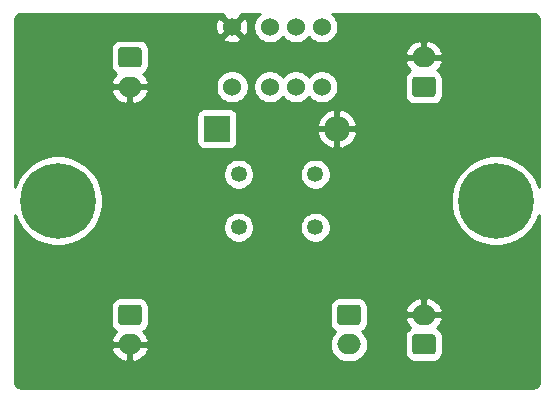
<source format=gbl>
%TF.GenerationSoftware,KiCad,Pcbnew,5.1.6-c6e7f7d~87~ubuntu18.04.1*%
%TF.CreationDate,2020-08-08T17:14:56-07:00*%
%TF.ProjectId,Cough-GoNoGo,436f7567-682d-4476-9f4e-6f476f2e6b69,A.01*%
%TF.SameCoordinates,Original*%
%TF.FileFunction,Copper,L2,Bot*%
%TF.FilePolarity,Positive*%
%FSLAX46Y46*%
G04 Gerber Fmt 4.6, Leading zero omitted, Abs format (unit mm)*
G04 Created by KiCad (PCBNEW 5.1.6-c6e7f7d~87~ubuntu18.04.1) date 2020-08-08 17:14:56*
%MOMM*%
%LPD*%
G01*
G04 APERTURE LIST*
%TA.AperFunction,ComponentPad*%
%ADD10C,6.400000*%
%TD*%
%TA.AperFunction,ComponentPad*%
%ADD11O,2.000000X1.700000*%
%TD*%
%TA.AperFunction,ComponentPad*%
%ADD12R,2.200000X2.200000*%
%TD*%
%TA.AperFunction,ComponentPad*%
%ADD13O,2.200000X2.200000*%
%TD*%
%TA.AperFunction,ComponentPad*%
%ADD14C,1.524000*%
%TD*%
%TA.AperFunction,ComponentPad*%
%ADD15C,1.350000*%
%TD*%
%TA.AperFunction,Conductor*%
%ADD16C,0.254000*%
%TD*%
G04 APERTURE END LIST*
D10*
%TO.P,H2,1*%
%TO.N,N/C*%
X168402000Y-110490000D03*
%TD*%
%TO.P,H1,1*%
%TO.N,N/C*%
X131318000Y-110490000D03*
%TD*%
%TO.P,CN1,1*%
%TO.N,/V_CHG*%
%TA.AperFunction,ComponentPad*%
G36*
G01*
X136664000Y-97488000D02*
X138164000Y-97488000D01*
G75*
G02*
X138414000Y-97738000I0J-250000D01*
G01*
X138414000Y-98938000D01*
G75*
G02*
X138164000Y-99188000I-250000J0D01*
G01*
X136664000Y-99188000D01*
G75*
G02*
X136414000Y-98938000I0J250000D01*
G01*
X136414000Y-97738000D01*
G75*
G02*
X136664000Y-97488000I250000J0D01*
G01*
G37*
%TD.AperFunction*%
D11*
%TO.P,CN1,2*%
%TO.N,GND*%
X137414000Y-100838000D03*
%TD*%
%TO.P,CN2,1*%
%TO.N,/V_BATT*%
%TA.AperFunction,ComponentPad*%
G36*
G01*
X136664000Y-119292000D02*
X138164000Y-119292000D01*
G75*
G02*
X138414000Y-119542000I0J-250000D01*
G01*
X138414000Y-120742000D01*
G75*
G02*
X138164000Y-120992000I-250000J0D01*
G01*
X136664000Y-120992000D01*
G75*
G02*
X136414000Y-120742000I0J250000D01*
G01*
X136414000Y-119542000D01*
G75*
G02*
X136664000Y-119292000I250000J0D01*
G01*
G37*
%TD.AperFunction*%
%TO.P,CN2,2*%
%TO.N,GND*%
X137414000Y-122642000D03*
%TD*%
%TO.P,CN3,1*%
%TO.N,/GRN_+*%
%TA.AperFunction,ComponentPad*%
G36*
G01*
X163056000Y-101688000D02*
X161556000Y-101688000D01*
G75*
G02*
X161306000Y-101438000I0J250000D01*
G01*
X161306000Y-100238000D01*
G75*
G02*
X161556000Y-99988000I250000J0D01*
G01*
X163056000Y-99988000D01*
G75*
G02*
X163306000Y-100238000I0J-250000D01*
G01*
X163306000Y-101438000D01*
G75*
G02*
X163056000Y-101688000I-250000J0D01*
G01*
G37*
%TD.AperFunction*%
%TO.P,CN3,2*%
%TO.N,GND*%
X162306000Y-98338000D03*
%TD*%
%TO.P,CN4,2*%
%TO.N,GND*%
X162306000Y-120142000D03*
%TO.P,CN4,1*%
%TO.N,/RED_+*%
%TA.AperFunction,ComponentPad*%
G36*
G01*
X163056000Y-123492000D02*
X161556000Y-123492000D01*
G75*
G02*
X161306000Y-123242000I0J250000D01*
G01*
X161306000Y-122042000D01*
G75*
G02*
X161556000Y-121792000I250000J0D01*
G01*
X163056000Y-121792000D01*
G75*
G02*
X163306000Y-122042000I0J-250000D01*
G01*
X163306000Y-123242000D01*
G75*
G02*
X163056000Y-123492000I-250000J0D01*
G01*
G37*
%TD.AperFunction*%
%TD*%
%TO.P,CN5,1*%
%TO.N,/V_LOAD*%
%TA.AperFunction,ComponentPad*%
G36*
G01*
X155206000Y-119292000D02*
X156706000Y-119292000D01*
G75*
G02*
X156956000Y-119542000I0J-250000D01*
G01*
X156956000Y-120742000D01*
G75*
G02*
X156706000Y-120992000I-250000J0D01*
G01*
X155206000Y-120992000D01*
G75*
G02*
X154956000Y-120742000I0J250000D01*
G01*
X154956000Y-119542000D01*
G75*
G02*
X155206000Y-119292000I250000J0D01*
G01*
G37*
%TD.AperFunction*%
%TO.P,CN5,2*%
%TO.N,/V_BATT*%
X155956000Y-122642000D03*
%TD*%
D12*
%TO.P,D1,1*%
%TO.N,/COIL_+*%
X144780000Y-104394000D03*
D13*
%TO.P,D1,2*%
%TO.N,GND*%
X154940000Y-104394000D03*
%TD*%
D14*
%TO.P,K1,8*%
%TO.N,GND*%
X146050000Y-95758000D03*
%TO.P,K1,7*%
%TO.N,/NC_1*%
X149260000Y-95758000D03*
%TO.P,K1,6*%
%TO.N,/C_1*%
X151460000Y-95758000D03*
%TO.P,K1,5*%
%TO.N,/NO_1*%
X153660000Y-95758000D03*
%TO.P,K1,4*%
%TO.N,/RED_+*%
X153660000Y-100838000D03*
%TO.P,K1,3*%
%TO.N,/V_LOAD*%
X151460000Y-100838000D03*
%TO.P,K1,2*%
%TO.N,/GRN_+*%
X149260000Y-100838000D03*
%TO.P,K1,1*%
%TO.N,/COIL_+*%
X146060000Y-100838000D03*
%TD*%
D15*
%TO.P,S1,1*%
%TO.N,/V_LOAD*%
X153110000Y-112740000D03*
%TO.P,S1,2*%
X153110000Y-108240000D03*
%TO.P,S1,3*%
%TO.N,/COIL_+*%
X146610000Y-108240000D03*
%TO.P,S1,4*%
X146610000Y-112740000D03*
%TD*%
D16*
%TO.N,GND*%
G36*
X145264040Y-94792435D02*
G01*
X146050000Y-95578395D01*
X146835960Y-94792435D01*
X146793434Y-94640000D01*
X148418673Y-94640000D01*
X148369465Y-94672880D01*
X148174880Y-94867465D01*
X148021995Y-95096273D01*
X147916686Y-95350510D01*
X147863000Y-95620408D01*
X147863000Y-95895592D01*
X147916686Y-96165490D01*
X148021995Y-96419727D01*
X148174880Y-96648535D01*
X148369465Y-96843120D01*
X148598273Y-96996005D01*
X148852510Y-97101314D01*
X149122408Y-97155000D01*
X149397592Y-97155000D01*
X149667490Y-97101314D01*
X149921727Y-96996005D01*
X150150535Y-96843120D01*
X150345120Y-96648535D01*
X150360000Y-96626266D01*
X150374880Y-96648535D01*
X150569465Y-96843120D01*
X150798273Y-96996005D01*
X151052510Y-97101314D01*
X151322408Y-97155000D01*
X151597592Y-97155000D01*
X151867490Y-97101314D01*
X152121727Y-96996005D01*
X152350535Y-96843120D01*
X152545120Y-96648535D01*
X152560000Y-96626266D01*
X152574880Y-96648535D01*
X152769465Y-96843120D01*
X152998273Y-96996005D01*
X153252510Y-97101314D01*
X153522408Y-97155000D01*
X153797592Y-97155000D01*
X154067490Y-97101314D01*
X154321727Y-96996005D01*
X154550535Y-96843120D01*
X154745120Y-96648535D01*
X154898005Y-96419727D01*
X155003314Y-96165490D01*
X155057000Y-95895592D01*
X155057000Y-95620408D01*
X155003314Y-95350510D01*
X154898005Y-95096273D01*
X154745120Y-94867465D01*
X154550535Y-94672880D01*
X154501327Y-94640000D01*
X171417721Y-94640000D01*
X171567869Y-94654722D01*
X171681246Y-94688953D01*
X171785819Y-94744555D01*
X171877596Y-94819407D01*
X171953091Y-94910664D01*
X172009419Y-95014844D01*
X172044440Y-95127976D01*
X172060000Y-95276022D01*
X172060000Y-109299856D01*
X171800533Y-108673446D01*
X171380839Y-108045330D01*
X170846670Y-107511161D01*
X170218554Y-107091467D01*
X169520628Y-106802377D01*
X168779715Y-106655000D01*
X168024285Y-106655000D01*
X167283372Y-106802377D01*
X166585446Y-107091467D01*
X165957330Y-107511161D01*
X165423161Y-108045330D01*
X165003467Y-108673446D01*
X164714377Y-109371372D01*
X164567000Y-110112285D01*
X164567000Y-110867715D01*
X164714377Y-111608628D01*
X165003467Y-112306554D01*
X165423161Y-112934670D01*
X165957330Y-113468839D01*
X166585446Y-113888533D01*
X167283372Y-114177623D01*
X168024285Y-114325000D01*
X168779715Y-114325000D01*
X169520628Y-114177623D01*
X170218554Y-113888533D01*
X170846670Y-113468839D01*
X171380839Y-112934670D01*
X171800533Y-112306554D01*
X172060001Y-111680144D01*
X172060001Y-125697711D01*
X172045278Y-125847869D01*
X172011047Y-125961246D01*
X171955446Y-126065817D01*
X171880594Y-126157595D01*
X171789335Y-126233091D01*
X171685160Y-126289419D01*
X171572024Y-126324440D01*
X171423979Y-126340000D01*
X128302279Y-126340000D01*
X128152131Y-126325278D01*
X128038754Y-126291047D01*
X127934183Y-126235446D01*
X127842405Y-126160594D01*
X127766909Y-126069335D01*
X127710581Y-125965160D01*
X127675560Y-125852024D01*
X127660000Y-125703979D01*
X127660000Y-122998890D01*
X135822524Y-122998890D01*
X135824446Y-123011261D01*
X135924146Y-123285009D01*
X136075336Y-123534046D01*
X136272205Y-123748802D01*
X136507188Y-123921025D01*
X136771255Y-124044096D01*
X137054258Y-124113285D01*
X137287000Y-123969232D01*
X137287000Y-122769000D01*
X137541000Y-122769000D01*
X137541000Y-123969232D01*
X137773742Y-124113285D01*
X138056745Y-124044096D01*
X138320812Y-123921025D01*
X138555795Y-123748802D01*
X138752664Y-123534046D01*
X138903854Y-123285009D01*
X139003554Y-123011261D01*
X139005476Y-122998890D01*
X138884155Y-122769000D01*
X137541000Y-122769000D01*
X137287000Y-122769000D01*
X135943845Y-122769000D01*
X135822524Y-122998890D01*
X127660000Y-122998890D01*
X127660000Y-122642000D01*
X154313815Y-122642000D01*
X154342487Y-122933111D01*
X154427401Y-123213034D01*
X154565294Y-123471014D01*
X154750866Y-123697134D01*
X154976986Y-123882706D01*
X155234966Y-124020599D01*
X155514889Y-124105513D01*
X155733050Y-124127000D01*
X156178950Y-124127000D01*
X156397111Y-124105513D01*
X156677034Y-124020599D01*
X156935014Y-123882706D01*
X157161134Y-123697134D01*
X157346706Y-123471014D01*
X157484599Y-123213034D01*
X157569513Y-122933111D01*
X157598185Y-122642000D01*
X157569513Y-122350889D01*
X157484599Y-122070966D01*
X157469117Y-122042000D01*
X160667928Y-122042000D01*
X160667928Y-123242000D01*
X160684992Y-123415254D01*
X160735528Y-123581850D01*
X160817595Y-123735386D01*
X160928038Y-123869962D01*
X161062614Y-123980405D01*
X161216150Y-124062472D01*
X161382746Y-124113008D01*
X161556000Y-124130072D01*
X163056000Y-124130072D01*
X163229254Y-124113008D01*
X163395850Y-124062472D01*
X163549386Y-123980405D01*
X163683962Y-123869962D01*
X163794405Y-123735386D01*
X163876472Y-123581850D01*
X163927008Y-123415254D01*
X163944072Y-123242000D01*
X163944072Y-122042000D01*
X163927008Y-121868746D01*
X163876472Y-121702150D01*
X163794405Y-121548614D01*
X163683962Y-121414038D01*
X163549386Y-121303595D01*
X163447407Y-121249086D01*
X163447795Y-121248802D01*
X163644664Y-121034046D01*
X163795854Y-120785009D01*
X163895554Y-120511261D01*
X163897476Y-120498890D01*
X163776155Y-120269000D01*
X162433000Y-120269000D01*
X162433000Y-120289000D01*
X162179000Y-120289000D01*
X162179000Y-120269000D01*
X160835845Y-120269000D01*
X160714524Y-120498890D01*
X160716446Y-120511261D01*
X160816146Y-120785009D01*
X160967336Y-121034046D01*
X161164205Y-121248802D01*
X161164593Y-121249086D01*
X161062614Y-121303595D01*
X160928038Y-121414038D01*
X160817595Y-121548614D01*
X160735528Y-121702150D01*
X160684992Y-121868746D01*
X160667928Y-122042000D01*
X157469117Y-122042000D01*
X157346706Y-121812986D01*
X157161134Y-121586866D01*
X157097663Y-121534777D01*
X157199386Y-121480405D01*
X157333962Y-121369962D01*
X157444405Y-121235386D01*
X157526472Y-121081850D01*
X157577008Y-120915254D01*
X157594072Y-120742000D01*
X157594072Y-119785110D01*
X160714524Y-119785110D01*
X160835845Y-120015000D01*
X162179000Y-120015000D01*
X162179000Y-118814768D01*
X162433000Y-118814768D01*
X162433000Y-120015000D01*
X163776155Y-120015000D01*
X163897476Y-119785110D01*
X163895554Y-119772739D01*
X163795854Y-119498991D01*
X163644664Y-119249954D01*
X163447795Y-119035198D01*
X163212812Y-118862975D01*
X162948745Y-118739904D01*
X162665742Y-118670715D01*
X162433000Y-118814768D01*
X162179000Y-118814768D01*
X161946258Y-118670715D01*
X161663255Y-118739904D01*
X161399188Y-118862975D01*
X161164205Y-119035198D01*
X160967336Y-119249954D01*
X160816146Y-119498991D01*
X160716446Y-119772739D01*
X160714524Y-119785110D01*
X157594072Y-119785110D01*
X157594072Y-119542000D01*
X157577008Y-119368746D01*
X157526472Y-119202150D01*
X157444405Y-119048614D01*
X157333962Y-118914038D01*
X157199386Y-118803595D01*
X157045850Y-118721528D01*
X156879254Y-118670992D01*
X156706000Y-118653928D01*
X155206000Y-118653928D01*
X155032746Y-118670992D01*
X154866150Y-118721528D01*
X154712614Y-118803595D01*
X154578038Y-118914038D01*
X154467595Y-119048614D01*
X154385528Y-119202150D01*
X154334992Y-119368746D01*
X154317928Y-119542000D01*
X154317928Y-120742000D01*
X154334992Y-120915254D01*
X154385528Y-121081850D01*
X154467595Y-121235386D01*
X154578038Y-121369962D01*
X154712614Y-121480405D01*
X154814337Y-121534777D01*
X154750866Y-121586866D01*
X154565294Y-121812986D01*
X154427401Y-122070966D01*
X154342487Y-122350889D01*
X154313815Y-122642000D01*
X127660000Y-122642000D01*
X127660000Y-119542000D01*
X135775928Y-119542000D01*
X135775928Y-120742000D01*
X135792992Y-120915254D01*
X135843528Y-121081850D01*
X135925595Y-121235386D01*
X136036038Y-121369962D01*
X136170614Y-121480405D01*
X136272593Y-121534914D01*
X136272205Y-121535198D01*
X136075336Y-121749954D01*
X135924146Y-121998991D01*
X135824446Y-122272739D01*
X135822524Y-122285110D01*
X135943845Y-122515000D01*
X137287000Y-122515000D01*
X137287000Y-122495000D01*
X137541000Y-122495000D01*
X137541000Y-122515000D01*
X138884155Y-122515000D01*
X139005476Y-122285110D01*
X139003554Y-122272739D01*
X138903854Y-121998991D01*
X138752664Y-121749954D01*
X138555795Y-121535198D01*
X138555407Y-121534914D01*
X138657386Y-121480405D01*
X138791962Y-121369962D01*
X138902405Y-121235386D01*
X138984472Y-121081850D01*
X139035008Y-120915254D01*
X139052072Y-120742000D01*
X139052072Y-119542000D01*
X139035008Y-119368746D01*
X138984472Y-119202150D01*
X138902405Y-119048614D01*
X138791962Y-118914038D01*
X138657386Y-118803595D01*
X138503850Y-118721528D01*
X138337254Y-118670992D01*
X138164000Y-118653928D01*
X136664000Y-118653928D01*
X136490746Y-118670992D01*
X136324150Y-118721528D01*
X136170614Y-118803595D01*
X136036038Y-118914038D01*
X135925595Y-119048614D01*
X135843528Y-119202150D01*
X135792992Y-119368746D01*
X135775928Y-119542000D01*
X127660000Y-119542000D01*
X127660000Y-111680144D01*
X127919467Y-112306554D01*
X128339161Y-112934670D01*
X128873330Y-113468839D01*
X129501446Y-113888533D01*
X130199372Y-114177623D01*
X130940285Y-114325000D01*
X131695715Y-114325000D01*
X132436628Y-114177623D01*
X133134554Y-113888533D01*
X133762670Y-113468839D01*
X134296839Y-112934670D01*
X134513124Y-112610976D01*
X145300000Y-112610976D01*
X145300000Y-112869024D01*
X145350342Y-113122113D01*
X145449093Y-113360518D01*
X145592456Y-113575077D01*
X145774923Y-113757544D01*
X145989482Y-113900907D01*
X146227887Y-113999658D01*
X146480976Y-114050000D01*
X146739024Y-114050000D01*
X146992113Y-113999658D01*
X147230518Y-113900907D01*
X147445077Y-113757544D01*
X147627544Y-113575077D01*
X147770907Y-113360518D01*
X147869658Y-113122113D01*
X147920000Y-112869024D01*
X147920000Y-112610976D01*
X151800000Y-112610976D01*
X151800000Y-112869024D01*
X151850342Y-113122113D01*
X151949093Y-113360518D01*
X152092456Y-113575077D01*
X152274923Y-113757544D01*
X152489482Y-113900907D01*
X152727887Y-113999658D01*
X152980976Y-114050000D01*
X153239024Y-114050000D01*
X153492113Y-113999658D01*
X153730518Y-113900907D01*
X153945077Y-113757544D01*
X154127544Y-113575077D01*
X154270907Y-113360518D01*
X154369658Y-113122113D01*
X154420000Y-112869024D01*
X154420000Y-112610976D01*
X154369658Y-112357887D01*
X154270907Y-112119482D01*
X154127544Y-111904923D01*
X153945077Y-111722456D01*
X153730518Y-111579093D01*
X153492113Y-111480342D01*
X153239024Y-111430000D01*
X152980976Y-111430000D01*
X152727887Y-111480342D01*
X152489482Y-111579093D01*
X152274923Y-111722456D01*
X152092456Y-111904923D01*
X151949093Y-112119482D01*
X151850342Y-112357887D01*
X151800000Y-112610976D01*
X147920000Y-112610976D01*
X147869658Y-112357887D01*
X147770907Y-112119482D01*
X147627544Y-111904923D01*
X147445077Y-111722456D01*
X147230518Y-111579093D01*
X146992113Y-111480342D01*
X146739024Y-111430000D01*
X146480976Y-111430000D01*
X146227887Y-111480342D01*
X145989482Y-111579093D01*
X145774923Y-111722456D01*
X145592456Y-111904923D01*
X145449093Y-112119482D01*
X145350342Y-112357887D01*
X145300000Y-112610976D01*
X134513124Y-112610976D01*
X134716533Y-112306554D01*
X135005623Y-111608628D01*
X135153000Y-110867715D01*
X135153000Y-110112285D01*
X135005623Y-109371372D01*
X134716533Y-108673446D01*
X134340703Y-108110976D01*
X145300000Y-108110976D01*
X145300000Y-108369024D01*
X145350342Y-108622113D01*
X145449093Y-108860518D01*
X145592456Y-109075077D01*
X145774923Y-109257544D01*
X145989482Y-109400907D01*
X146227887Y-109499658D01*
X146480976Y-109550000D01*
X146739024Y-109550000D01*
X146992113Y-109499658D01*
X147230518Y-109400907D01*
X147445077Y-109257544D01*
X147627544Y-109075077D01*
X147770907Y-108860518D01*
X147869658Y-108622113D01*
X147920000Y-108369024D01*
X147920000Y-108110976D01*
X151800000Y-108110976D01*
X151800000Y-108369024D01*
X151850342Y-108622113D01*
X151949093Y-108860518D01*
X152092456Y-109075077D01*
X152274923Y-109257544D01*
X152489482Y-109400907D01*
X152727887Y-109499658D01*
X152980976Y-109550000D01*
X153239024Y-109550000D01*
X153492113Y-109499658D01*
X153730518Y-109400907D01*
X153945077Y-109257544D01*
X154127544Y-109075077D01*
X154270907Y-108860518D01*
X154369658Y-108622113D01*
X154420000Y-108369024D01*
X154420000Y-108110976D01*
X154369658Y-107857887D01*
X154270907Y-107619482D01*
X154127544Y-107404923D01*
X153945077Y-107222456D01*
X153730518Y-107079093D01*
X153492113Y-106980342D01*
X153239024Y-106930000D01*
X152980976Y-106930000D01*
X152727887Y-106980342D01*
X152489482Y-107079093D01*
X152274923Y-107222456D01*
X152092456Y-107404923D01*
X151949093Y-107619482D01*
X151850342Y-107857887D01*
X151800000Y-108110976D01*
X147920000Y-108110976D01*
X147869658Y-107857887D01*
X147770907Y-107619482D01*
X147627544Y-107404923D01*
X147445077Y-107222456D01*
X147230518Y-107079093D01*
X146992113Y-106980342D01*
X146739024Y-106930000D01*
X146480976Y-106930000D01*
X146227887Y-106980342D01*
X145989482Y-107079093D01*
X145774923Y-107222456D01*
X145592456Y-107404923D01*
X145449093Y-107619482D01*
X145350342Y-107857887D01*
X145300000Y-108110976D01*
X134340703Y-108110976D01*
X134296839Y-108045330D01*
X133762670Y-107511161D01*
X133134554Y-107091467D01*
X132436628Y-106802377D01*
X131695715Y-106655000D01*
X130940285Y-106655000D01*
X130199372Y-106802377D01*
X129501446Y-107091467D01*
X128873330Y-107511161D01*
X128339161Y-108045330D01*
X127919467Y-108673446D01*
X127660000Y-109299856D01*
X127660000Y-103294000D01*
X143041928Y-103294000D01*
X143041928Y-105494000D01*
X143054188Y-105618482D01*
X143090498Y-105738180D01*
X143149463Y-105848494D01*
X143228815Y-105945185D01*
X143325506Y-106024537D01*
X143435820Y-106083502D01*
X143555518Y-106119812D01*
X143680000Y-106132072D01*
X145880000Y-106132072D01*
X146004482Y-106119812D01*
X146124180Y-106083502D01*
X146234494Y-106024537D01*
X146331185Y-105945185D01*
X146410537Y-105848494D01*
X146469502Y-105738180D01*
X146505812Y-105618482D01*
X146518072Y-105494000D01*
X146518072Y-104790122D01*
X153250825Y-104790122D01*
X153315425Y-105003094D01*
X153465469Y-105308329D01*
X153672178Y-105578427D01*
X153927609Y-105803008D01*
X154221946Y-105973442D01*
X154543877Y-106083179D01*
X154813000Y-105965600D01*
X154813000Y-104521000D01*
X155067000Y-104521000D01*
X155067000Y-105965600D01*
X155336123Y-106083179D01*
X155658054Y-105973442D01*
X155952391Y-105803008D01*
X156207822Y-105578427D01*
X156414531Y-105308329D01*
X156564575Y-105003094D01*
X156629175Y-104790122D01*
X156511125Y-104521000D01*
X155067000Y-104521000D01*
X154813000Y-104521000D01*
X153368875Y-104521000D01*
X153250825Y-104790122D01*
X146518072Y-104790122D01*
X146518072Y-103997878D01*
X153250825Y-103997878D01*
X153368875Y-104267000D01*
X154813000Y-104267000D01*
X154813000Y-102822400D01*
X155067000Y-102822400D01*
X155067000Y-104267000D01*
X156511125Y-104267000D01*
X156629175Y-103997878D01*
X156564575Y-103784906D01*
X156414531Y-103479671D01*
X156207822Y-103209573D01*
X155952391Y-102984992D01*
X155658054Y-102814558D01*
X155336123Y-102704821D01*
X155067000Y-102822400D01*
X154813000Y-102822400D01*
X154543877Y-102704821D01*
X154221946Y-102814558D01*
X153927609Y-102984992D01*
X153672178Y-103209573D01*
X153465469Y-103479671D01*
X153315425Y-103784906D01*
X153250825Y-103997878D01*
X146518072Y-103997878D01*
X146518072Y-103294000D01*
X146505812Y-103169518D01*
X146469502Y-103049820D01*
X146410537Y-102939506D01*
X146331185Y-102842815D01*
X146234494Y-102763463D01*
X146124180Y-102704498D01*
X146004482Y-102668188D01*
X145880000Y-102655928D01*
X143680000Y-102655928D01*
X143555518Y-102668188D01*
X143435820Y-102704498D01*
X143325506Y-102763463D01*
X143228815Y-102842815D01*
X143149463Y-102939506D01*
X143090498Y-103049820D01*
X143054188Y-103169518D01*
X143041928Y-103294000D01*
X127660000Y-103294000D01*
X127660000Y-101194890D01*
X135822524Y-101194890D01*
X135824446Y-101207261D01*
X135924146Y-101481009D01*
X136075336Y-101730046D01*
X136272205Y-101944802D01*
X136507188Y-102117025D01*
X136771255Y-102240096D01*
X137054258Y-102309285D01*
X137287000Y-102165232D01*
X137287000Y-100965000D01*
X137541000Y-100965000D01*
X137541000Y-102165232D01*
X137773742Y-102309285D01*
X138056745Y-102240096D01*
X138320812Y-102117025D01*
X138555795Y-101944802D01*
X138752664Y-101730046D01*
X138903854Y-101481009D01*
X139003554Y-101207261D01*
X139005476Y-101194890D01*
X138884155Y-100965000D01*
X137541000Y-100965000D01*
X137287000Y-100965000D01*
X135943845Y-100965000D01*
X135822524Y-101194890D01*
X127660000Y-101194890D01*
X127660000Y-97738000D01*
X135775928Y-97738000D01*
X135775928Y-98938000D01*
X135792992Y-99111254D01*
X135843528Y-99277850D01*
X135925595Y-99431386D01*
X136036038Y-99565962D01*
X136170614Y-99676405D01*
X136272593Y-99730914D01*
X136272205Y-99731198D01*
X136075336Y-99945954D01*
X135924146Y-100194991D01*
X135824446Y-100468739D01*
X135822524Y-100481110D01*
X135943845Y-100711000D01*
X137287000Y-100711000D01*
X137287000Y-100691000D01*
X137541000Y-100691000D01*
X137541000Y-100711000D01*
X138884155Y-100711000D01*
X138889744Y-100700408D01*
X144663000Y-100700408D01*
X144663000Y-100975592D01*
X144716686Y-101245490D01*
X144821995Y-101499727D01*
X144974880Y-101728535D01*
X145169465Y-101923120D01*
X145398273Y-102076005D01*
X145652510Y-102181314D01*
X145922408Y-102235000D01*
X146197592Y-102235000D01*
X146467490Y-102181314D01*
X146721727Y-102076005D01*
X146950535Y-101923120D01*
X147145120Y-101728535D01*
X147298005Y-101499727D01*
X147403314Y-101245490D01*
X147457000Y-100975592D01*
X147457000Y-100700408D01*
X147863000Y-100700408D01*
X147863000Y-100975592D01*
X147916686Y-101245490D01*
X148021995Y-101499727D01*
X148174880Y-101728535D01*
X148369465Y-101923120D01*
X148598273Y-102076005D01*
X148852510Y-102181314D01*
X149122408Y-102235000D01*
X149397592Y-102235000D01*
X149667490Y-102181314D01*
X149921727Y-102076005D01*
X150150535Y-101923120D01*
X150345120Y-101728535D01*
X150360000Y-101706266D01*
X150374880Y-101728535D01*
X150569465Y-101923120D01*
X150798273Y-102076005D01*
X151052510Y-102181314D01*
X151322408Y-102235000D01*
X151597592Y-102235000D01*
X151867490Y-102181314D01*
X152121727Y-102076005D01*
X152350535Y-101923120D01*
X152545120Y-101728535D01*
X152560000Y-101706266D01*
X152574880Y-101728535D01*
X152769465Y-101923120D01*
X152998273Y-102076005D01*
X153252510Y-102181314D01*
X153522408Y-102235000D01*
X153797592Y-102235000D01*
X154067490Y-102181314D01*
X154321727Y-102076005D01*
X154550535Y-101923120D01*
X154745120Y-101728535D01*
X154898005Y-101499727D01*
X155003314Y-101245490D01*
X155057000Y-100975592D01*
X155057000Y-100700408D01*
X155003314Y-100430510D01*
X154923574Y-100238000D01*
X160667928Y-100238000D01*
X160667928Y-101438000D01*
X160684992Y-101611254D01*
X160735528Y-101777850D01*
X160817595Y-101931386D01*
X160928038Y-102065962D01*
X161062614Y-102176405D01*
X161216150Y-102258472D01*
X161382746Y-102309008D01*
X161556000Y-102326072D01*
X163056000Y-102326072D01*
X163229254Y-102309008D01*
X163395850Y-102258472D01*
X163549386Y-102176405D01*
X163683962Y-102065962D01*
X163794405Y-101931386D01*
X163876472Y-101777850D01*
X163927008Y-101611254D01*
X163944072Y-101438000D01*
X163944072Y-100238000D01*
X163927008Y-100064746D01*
X163876472Y-99898150D01*
X163794405Y-99744614D01*
X163683962Y-99610038D01*
X163549386Y-99499595D01*
X163447407Y-99445086D01*
X163447795Y-99444802D01*
X163644664Y-99230046D01*
X163795854Y-98981009D01*
X163895554Y-98707261D01*
X163897476Y-98694890D01*
X163776155Y-98465000D01*
X162433000Y-98465000D01*
X162433000Y-98485000D01*
X162179000Y-98485000D01*
X162179000Y-98465000D01*
X160835845Y-98465000D01*
X160714524Y-98694890D01*
X160716446Y-98707261D01*
X160816146Y-98981009D01*
X160967336Y-99230046D01*
X161164205Y-99444802D01*
X161164593Y-99445086D01*
X161062614Y-99499595D01*
X160928038Y-99610038D01*
X160817595Y-99744614D01*
X160735528Y-99898150D01*
X160684992Y-100064746D01*
X160667928Y-100238000D01*
X154923574Y-100238000D01*
X154898005Y-100176273D01*
X154745120Y-99947465D01*
X154550535Y-99752880D01*
X154321727Y-99599995D01*
X154067490Y-99494686D01*
X153797592Y-99441000D01*
X153522408Y-99441000D01*
X153252510Y-99494686D01*
X152998273Y-99599995D01*
X152769465Y-99752880D01*
X152574880Y-99947465D01*
X152560000Y-99969734D01*
X152545120Y-99947465D01*
X152350535Y-99752880D01*
X152121727Y-99599995D01*
X151867490Y-99494686D01*
X151597592Y-99441000D01*
X151322408Y-99441000D01*
X151052510Y-99494686D01*
X150798273Y-99599995D01*
X150569465Y-99752880D01*
X150374880Y-99947465D01*
X150360000Y-99969734D01*
X150345120Y-99947465D01*
X150150535Y-99752880D01*
X149921727Y-99599995D01*
X149667490Y-99494686D01*
X149397592Y-99441000D01*
X149122408Y-99441000D01*
X148852510Y-99494686D01*
X148598273Y-99599995D01*
X148369465Y-99752880D01*
X148174880Y-99947465D01*
X148021995Y-100176273D01*
X147916686Y-100430510D01*
X147863000Y-100700408D01*
X147457000Y-100700408D01*
X147403314Y-100430510D01*
X147298005Y-100176273D01*
X147145120Y-99947465D01*
X146950535Y-99752880D01*
X146721727Y-99599995D01*
X146467490Y-99494686D01*
X146197592Y-99441000D01*
X145922408Y-99441000D01*
X145652510Y-99494686D01*
X145398273Y-99599995D01*
X145169465Y-99752880D01*
X144974880Y-99947465D01*
X144821995Y-100176273D01*
X144716686Y-100430510D01*
X144663000Y-100700408D01*
X138889744Y-100700408D01*
X139005476Y-100481110D01*
X139003554Y-100468739D01*
X138903854Y-100194991D01*
X138752664Y-99945954D01*
X138555795Y-99731198D01*
X138555407Y-99730914D01*
X138657386Y-99676405D01*
X138791962Y-99565962D01*
X138902405Y-99431386D01*
X138984472Y-99277850D01*
X139035008Y-99111254D01*
X139052072Y-98938000D01*
X139052072Y-97981110D01*
X160714524Y-97981110D01*
X160835845Y-98211000D01*
X162179000Y-98211000D01*
X162179000Y-97010768D01*
X162433000Y-97010768D01*
X162433000Y-98211000D01*
X163776155Y-98211000D01*
X163897476Y-97981110D01*
X163895554Y-97968739D01*
X163795854Y-97694991D01*
X163644664Y-97445954D01*
X163447795Y-97231198D01*
X163212812Y-97058975D01*
X162948745Y-96935904D01*
X162665742Y-96866715D01*
X162433000Y-97010768D01*
X162179000Y-97010768D01*
X161946258Y-96866715D01*
X161663255Y-96935904D01*
X161399188Y-97058975D01*
X161164205Y-97231198D01*
X160967336Y-97445954D01*
X160816146Y-97694991D01*
X160716446Y-97968739D01*
X160714524Y-97981110D01*
X139052072Y-97981110D01*
X139052072Y-97738000D01*
X139035008Y-97564746D01*
X138984472Y-97398150D01*
X138902405Y-97244614D01*
X138791962Y-97110038D01*
X138657386Y-96999595D01*
X138503850Y-96917528D01*
X138337254Y-96866992D01*
X138164000Y-96849928D01*
X136664000Y-96849928D01*
X136490746Y-96866992D01*
X136324150Y-96917528D01*
X136170614Y-96999595D01*
X136036038Y-97110038D01*
X135925595Y-97244614D01*
X135843528Y-97398150D01*
X135792992Y-97564746D01*
X135775928Y-97738000D01*
X127660000Y-97738000D01*
X127660000Y-96723565D01*
X145264040Y-96723565D01*
X145331020Y-96963656D01*
X145580048Y-97080756D01*
X145847135Y-97147023D01*
X146122017Y-97159910D01*
X146394133Y-97118922D01*
X146653023Y-97025636D01*
X146768980Y-96963656D01*
X146835960Y-96723565D01*
X146050000Y-95937605D01*
X145264040Y-96723565D01*
X127660000Y-96723565D01*
X127660000Y-95830017D01*
X144648090Y-95830017D01*
X144689078Y-96102133D01*
X144782364Y-96361023D01*
X144844344Y-96476980D01*
X145084435Y-96543960D01*
X145870395Y-95758000D01*
X146229605Y-95758000D01*
X147015565Y-96543960D01*
X147255656Y-96476980D01*
X147372756Y-96227952D01*
X147439023Y-95960865D01*
X147451910Y-95685983D01*
X147410922Y-95413867D01*
X147317636Y-95154977D01*
X147255656Y-95039020D01*
X147015565Y-94972040D01*
X146229605Y-95758000D01*
X145870395Y-95758000D01*
X145084435Y-94972040D01*
X144844344Y-95039020D01*
X144727244Y-95288048D01*
X144660977Y-95555135D01*
X144648090Y-95830017D01*
X127660000Y-95830017D01*
X127660000Y-95282279D01*
X127674722Y-95132131D01*
X127708953Y-95018754D01*
X127764555Y-94914181D01*
X127839407Y-94822404D01*
X127930664Y-94746909D01*
X128034844Y-94690581D01*
X128147976Y-94655560D01*
X128296022Y-94640000D01*
X145306566Y-94640000D01*
X145264040Y-94792435D01*
G37*
X145264040Y-94792435D02*
X146050000Y-95578395D01*
X146835960Y-94792435D01*
X146793434Y-94640000D01*
X148418673Y-94640000D01*
X148369465Y-94672880D01*
X148174880Y-94867465D01*
X148021995Y-95096273D01*
X147916686Y-95350510D01*
X147863000Y-95620408D01*
X147863000Y-95895592D01*
X147916686Y-96165490D01*
X148021995Y-96419727D01*
X148174880Y-96648535D01*
X148369465Y-96843120D01*
X148598273Y-96996005D01*
X148852510Y-97101314D01*
X149122408Y-97155000D01*
X149397592Y-97155000D01*
X149667490Y-97101314D01*
X149921727Y-96996005D01*
X150150535Y-96843120D01*
X150345120Y-96648535D01*
X150360000Y-96626266D01*
X150374880Y-96648535D01*
X150569465Y-96843120D01*
X150798273Y-96996005D01*
X151052510Y-97101314D01*
X151322408Y-97155000D01*
X151597592Y-97155000D01*
X151867490Y-97101314D01*
X152121727Y-96996005D01*
X152350535Y-96843120D01*
X152545120Y-96648535D01*
X152560000Y-96626266D01*
X152574880Y-96648535D01*
X152769465Y-96843120D01*
X152998273Y-96996005D01*
X153252510Y-97101314D01*
X153522408Y-97155000D01*
X153797592Y-97155000D01*
X154067490Y-97101314D01*
X154321727Y-96996005D01*
X154550535Y-96843120D01*
X154745120Y-96648535D01*
X154898005Y-96419727D01*
X155003314Y-96165490D01*
X155057000Y-95895592D01*
X155057000Y-95620408D01*
X155003314Y-95350510D01*
X154898005Y-95096273D01*
X154745120Y-94867465D01*
X154550535Y-94672880D01*
X154501327Y-94640000D01*
X171417721Y-94640000D01*
X171567869Y-94654722D01*
X171681246Y-94688953D01*
X171785819Y-94744555D01*
X171877596Y-94819407D01*
X171953091Y-94910664D01*
X172009419Y-95014844D01*
X172044440Y-95127976D01*
X172060000Y-95276022D01*
X172060000Y-109299856D01*
X171800533Y-108673446D01*
X171380839Y-108045330D01*
X170846670Y-107511161D01*
X170218554Y-107091467D01*
X169520628Y-106802377D01*
X168779715Y-106655000D01*
X168024285Y-106655000D01*
X167283372Y-106802377D01*
X166585446Y-107091467D01*
X165957330Y-107511161D01*
X165423161Y-108045330D01*
X165003467Y-108673446D01*
X164714377Y-109371372D01*
X164567000Y-110112285D01*
X164567000Y-110867715D01*
X164714377Y-111608628D01*
X165003467Y-112306554D01*
X165423161Y-112934670D01*
X165957330Y-113468839D01*
X166585446Y-113888533D01*
X167283372Y-114177623D01*
X168024285Y-114325000D01*
X168779715Y-114325000D01*
X169520628Y-114177623D01*
X170218554Y-113888533D01*
X170846670Y-113468839D01*
X171380839Y-112934670D01*
X171800533Y-112306554D01*
X172060001Y-111680144D01*
X172060001Y-125697711D01*
X172045278Y-125847869D01*
X172011047Y-125961246D01*
X171955446Y-126065817D01*
X171880594Y-126157595D01*
X171789335Y-126233091D01*
X171685160Y-126289419D01*
X171572024Y-126324440D01*
X171423979Y-126340000D01*
X128302279Y-126340000D01*
X128152131Y-126325278D01*
X128038754Y-126291047D01*
X127934183Y-126235446D01*
X127842405Y-126160594D01*
X127766909Y-126069335D01*
X127710581Y-125965160D01*
X127675560Y-125852024D01*
X127660000Y-125703979D01*
X127660000Y-122998890D01*
X135822524Y-122998890D01*
X135824446Y-123011261D01*
X135924146Y-123285009D01*
X136075336Y-123534046D01*
X136272205Y-123748802D01*
X136507188Y-123921025D01*
X136771255Y-124044096D01*
X137054258Y-124113285D01*
X137287000Y-123969232D01*
X137287000Y-122769000D01*
X137541000Y-122769000D01*
X137541000Y-123969232D01*
X137773742Y-124113285D01*
X138056745Y-124044096D01*
X138320812Y-123921025D01*
X138555795Y-123748802D01*
X138752664Y-123534046D01*
X138903854Y-123285009D01*
X139003554Y-123011261D01*
X139005476Y-122998890D01*
X138884155Y-122769000D01*
X137541000Y-122769000D01*
X137287000Y-122769000D01*
X135943845Y-122769000D01*
X135822524Y-122998890D01*
X127660000Y-122998890D01*
X127660000Y-122642000D01*
X154313815Y-122642000D01*
X154342487Y-122933111D01*
X154427401Y-123213034D01*
X154565294Y-123471014D01*
X154750866Y-123697134D01*
X154976986Y-123882706D01*
X155234966Y-124020599D01*
X155514889Y-124105513D01*
X155733050Y-124127000D01*
X156178950Y-124127000D01*
X156397111Y-124105513D01*
X156677034Y-124020599D01*
X156935014Y-123882706D01*
X157161134Y-123697134D01*
X157346706Y-123471014D01*
X157484599Y-123213034D01*
X157569513Y-122933111D01*
X157598185Y-122642000D01*
X157569513Y-122350889D01*
X157484599Y-122070966D01*
X157469117Y-122042000D01*
X160667928Y-122042000D01*
X160667928Y-123242000D01*
X160684992Y-123415254D01*
X160735528Y-123581850D01*
X160817595Y-123735386D01*
X160928038Y-123869962D01*
X161062614Y-123980405D01*
X161216150Y-124062472D01*
X161382746Y-124113008D01*
X161556000Y-124130072D01*
X163056000Y-124130072D01*
X163229254Y-124113008D01*
X163395850Y-124062472D01*
X163549386Y-123980405D01*
X163683962Y-123869962D01*
X163794405Y-123735386D01*
X163876472Y-123581850D01*
X163927008Y-123415254D01*
X163944072Y-123242000D01*
X163944072Y-122042000D01*
X163927008Y-121868746D01*
X163876472Y-121702150D01*
X163794405Y-121548614D01*
X163683962Y-121414038D01*
X163549386Y-121303595D01*
X163447407Y-121249086D01*
X163447795Y-121248802D01*
X163644664Y-121034046D01*
X163795854Y-120785009D01*
X163895554Y-120511261D01*
X163897476Y-120498890D01*
X163776155Y-120269000D01*
X162433000Y-120269000D01*
X162433000Y-120289000D01*
X162179000Y-120289000D01*
X162179000Y-120269000D01*
X160835845Y-120269000D01*
X160714524Y-120498890D01*
X160716446Y-120511261D01*
X160816146Y-120785009D01*
X160967336Y-121034046D01*
X161164205Y-121248802D01*
X161164593Y-121249086D01*
X161062614Y-121303595D01*
X160928038Y-121414038D01*
X160817595Y-121548614D01*
X160735528Y-121702150D01*
X160684992Y-121868746D01*
X160667928Y-122042000D01*
X157469117Y-122042000D01*
X157346706Y-121812986D01*
X157161134Y-121586866D01*
X157097663Y-121534777D01*
X157199386Y-121480405D01*
X157333962Y-121369962D01*
X157444405Y-121235386D01*
X157526472Y-121081850D01*
X157577008Y-120915254D01*
X157594072Y-120742000D01*
X157594072Y-119785110D01*
X160714524Y-119785110D01*
X160835845Y-120015000D01*
X162179000Y-120015000D01*
X162179000Y-118814768D01*
X162433000Y-118814768D01*
X162433000Y-120015000D01*
X163776155Y-120015000D01*
X163897476Y-119785110D01*
X163895554Y-119772739D01*
X163795854Y-119498991D01*
X163644664Y-119249954D01*
X163447795Y-119035198D01*
X163212812Y-118862975D01*
X162948745Y-118739904D01*
X162665742Y-118670715D01*
X162433000Y-118814768D01*
X162179000Y-118814768D01*
X161946258Y-118670715D01*
X161663255Y-118739904D01*
X161399188Y-118862975D01*
X161164205Y-119035198D01*
X160967336Y-119249954D01*
X160816146Y-119498991D01*
X160716446Y-119772739D01*
X160714524Y-119785110D01*
X157594072Y-119785110D01*
X157594072Y-119542000D01*
X157577008Y-119368746D01*
X157526472Y-119202150D01*
X157444405Y-119048614D01*
X157333962Y-118914038D01*
X157199386Y-118803595D01*
X157045850Y-118721528D01*
X156879254Y-118670992D01*
X156706000Y-118653928D01*
X155206000Y-118653928D01*
X155032746Y-118670992D01*
X154866150Y-118721528D01*
X154712614Y-118803595D01*
X154578038Y-118914038D01*
X154467595Y-119048614D01*
X154385528Y-119202150D01*
X154334992Y-119368746D01*
X154317928Y-119542000D01*
X154317928Y-120742000D01*
X154334992Y-120915254D01*
X154385528Y-121081850D01*
X154467595Y-121235386D01*
X154578038Y-121369962D01*
X154712614Y-121480405D01*
X154814337Y-121534777D01*
X154750866Y-121586866D01*
X154565294Y-121812986D01*
X154427401Y-122070966D01*
X154342487Y-122350889D01*
X154313815Y-122642000D01*
X127660000Y-122642000D01*
X127660000Y-119542000D01*
X135775928Y-119542000D01*
X135775928Y-120742000D01*
X135792992Y-120915254D01*
X135843528Y-121081850D01*
X135925595Y-121235386D01*
X136036038Y-121369962D01*
X136170614Y-121480405D01*
X136272593Y-121534914D01*
X136272205Y-121535198D01*
X136075336Y-121749954D01*
X135924146Y-121998991D01*
X135824446Y-122272739D01*
X135822524Y-122285110D01*
X135943845Y-122515000D01*
X137287000Y-122515000D01*
X137287000Y-122495000D01*
X137541000Y-122495000D01*
X137541000Y-122515000D01*
X138884155Y-122515000D01*
X139005476Y-122285110D01*
X139003554Y-122272739D01*
X138903854Y-121998991D01*
X138752664Y-121749954D01*
X138555795Y-121535198D01*
X138555407Y-121534914D01*
X138657386Y-121480405D01*
X138791962Y-121369962D01*
X138902405Y-121235386D01*
X138984472Y-121081850D01*
X139035008Y-120915254D01*
X139052072Y-120742000D01*
X139052072Y-119542000D01*
X139035008Y-119368746D01*
X138984472Y-119202150D01*
X138902405Y-119048614D01*
X138791962Y-118914038D01*
X138657386Y-118803595D01*
X138503850Y-118721528D01*
X138337254Y-118670992D01*
X138164000Y-118653928D01*
X136664000Y-118653928D01*
X136490746Y-118670992D01*
X136324150Y-118721528D01*
X136170614Y-118803595D01*
X136036038Y-118914038D01*
X135925595Y-119048614D01*
X135843528Y-119202150D01*
X135792992Y-119368746D01*
X135775928Y-119542000D01*
X127660000Y-119542000D01*
X127660000Y-111680144D01*
X127919467Y-112306554D01*
X128339161Y-112934670D01*
X128873330Y-113468839D01*
X129501446Y-113888533D01*
X130199372Y-114177623D01*
X130940285Y-114325000D01*
X131695715Y-114325000D01*
X132436628Y-114177623D01*
X133134554Y-113888533D01*
X133762670Y-113468839D01*
X134296839Y-112934670D01*
X134513124Y-112610976D01*
X145300000Y-112610976D01*
X145300000Y-112869024D01*
X145350342Y-113122113D01*
X145449093Y-113360518D01*
X145592456Y-113575077D01*
X145774923Y-113757544D01*
X145989482Y-113900907D01*
X146227887Y-113999658D01*
X146480976Y-114050000D01*
X146739024Y-114050000D01*
X146992113Y-113999658D01*
X147230518Y-113900907D01*
X147445077Y-113757544D01*
X147627544Y-113575077D01*
X147770907Y-113360518D01*
X147869658Y-113122113D01*
X147920000Y-112869024D01*
X147920000Y-112610976D01*
X151800000Y-112610976D01*
X151800000Y-112869024D01*
X151850342Y-113122113D01*
X151949093Y-113360518D01*
X152092456Y-113575077D01*
X152274923Y-113757544D01*
X152489482Y-113900907D01*
X152727887Y-113999658D01*
X152980976Y-114050000D01*
X153239024Y-114050000D01*
X153492113Y-113999658D01*
X153730518Y-113900907D01*
X153945077Y-113757544D01*
X154127544Y-113575077D01*
X154270907Y-113360518D01*
X154369658Y-113122113D01*
X154420000Y-112869024D01*
X154420000Y-112610976D01*
X154369658Y-112357887D01*
X154270907Y-112119482D01*
X154127544Y-111904923D01*
X153945077Y-111722456D01*
X153730518Y-111579093D01*
X153492113Y-111480342D01*
X153239024Y-111430000D01*
X152980976Y-111430000D01*
X152727887Y-111480342D01*
X152489482Y-111579093D01*
X152274923Y-111722456D01*
X152092456Y-111904923D01*
X151949093Y-112119482D01*
X151850342Y-112357887D01*
X151800000Y-112610976D01*
X147920000Y-112610976D01*
X147869658Y-112357887D01*
X147770907Y-112119482D01*
X147627544Y-111904923D01*
X147445077Y-111722456D01*
X147230518Y-111579093D01*
X146992113Y-111480342D01*
X146739024Y-111430000D01*
X146480976Y-111430000D01*
X146227887Y-111480342D01*
X145989482Y-111579093D01*
X145774923Y-111722456D01*
X145592456Y-111904923D01*
X145449093Y-112119482D01*
X145350342Y-112357887D01*
X145300000Y-112610976D01*
X134513124Y-112610976D01*
X134716533Y-112306554D01*
X135005623Y-111608628D01*
X135153000Y-110867715D01*
X135153000Y-110112285D01*
X135005623Y-109371372D01*
X134716533Y-108673446D01*
X134340703Y-108110976D01*
X145300000Y-108110976D01*
X145300000Y-108369024D01*
X145350342Y-108622113D01*
X145449093Y-108860518D01*
X145592456Y-109075077D01*
X145774923Y-109257544D01*
X145989482Y-109400907D01*
X146227887Y-109499658D01*
X146480976Y-109550000D01*
X146739024Y-109550000D01*
X146992113Y-109499658D01*
X147230518Y-109400907D01*
X147445077Y-109257544D01*
X147627544Y-109075077D01*
X147770907Y-108860518D01*
X147869658Y-108622113D01*
X147920000Y-108369024D01*
X147920000Y-108110976D01*
X151800000Y-108110976D01*
X151800000Y-108369024D01*
X151850342Y-108622113D01*
X151949093Y-108860518D01*
X152092456Y-109075077D01*
X152274923Y-109257544D01*
X152489482Y-109400907D01*
X152727887Y-109499658D01*
X152980976Y-109550000D01*
X153239024Y-109550000D01*
X153492113Y-109499658D01*
X153730518Y-109400907D01*
X153945077Y-109257544D01*
X154127544Y-109075077D01*
X154270907Y-108860518D01*
X154369658Y-108622113D01*
X154420000Y-108369024D01*
X154420000Y-108110976D01*
X154369658Y-107857887D01*
X154270907Y-107619482D01*
X154127544Y-107404923D01*
X153945077Y-107222456D01*
X153730518Y-107079093D01*
X153492113Y-106980342D01*
X153239024Y-106930000D01*
X152980976Y-106930000D01*
X152727887Y-106980342D01*
X152489482Y-107079093D01*
X152274923Y-107222456D01*
X152092456Y-107404923D01*
X151949093Y-107619482D01*
X151850342Y-107857887D01*
X151800000Y-108110976D01*
X147920000Y-108110976D01*
X147869658Y-107857887D01*
X147770907Y-107619482D01*
X147627544Y-107404923D01*
X147445077Y-107222456D01*
X147230518Y-107079093D01*
X146992113Y-106980342D01*
X146739024Y-106930000D01*
X146480976Y-106930000D01*
X146227887Y-106980342D01*
X145989482Y-107079093D01*
X145774923Y-107222456D01*
X145592456Y-107404923D01*
X145449093Y-107619482D01*
X145350342Y-107857887D01*
X145300000Y-108110976D01*
X134340703Y-108110976D01*
X134296839Y-108045330D01*
X133762670Y-107511161D01*
X133134554Y-107091467D01*
X132436628Y-106802377D01*
X131695715Y-106655000D01*
X130940285Y-106655000D01*
X130199372Y-106802377D01*
X129501446Y-107091467D01*
X128873330Y-107511161D01*
X128339161Y-108045330D01*
X127919467Y-108673446D01*
X127660000Y-109299856D01*
X127660000Y-103294000D01*
X143041928Y-103294000D01*
X143041928Y-105494000D01*
X143054188Y-105618482D01*
X143090498Y-105738180D01*
X143149463Y-105848494D01*
X143228815Y-105945185D01*
X143325506Y-106024537D01*
X143435820Y-106083502D01*
X143555518Y-106119812D01*
X143680000Y-106132072D01*
X145880000Y-106132072D01*
X146004482Y-106119812D01*
X146124180Y-106083502D01*
X146234494Y-106024537D01*
X146331185Y-105945185D01*
X146410537Y-105848494D01*
X146469502Y-105738180D01*
X146505812Y-105618482D01*
X146518072Y-105494000D01*
X146518072Y-104790122D01*
X153250825Y-104790122D01*
X153315425Y-105003094D01*
X153465469Y-105308329D01*
X153672178Y-105578427D01*
X153927609Y-105803008D01*
X154221946Y-105973442D01*
X154543877Y-106083179D01*
X154813000Y-105965600D01*
X154813000Y-104521000D01*
X155067000Y-104521000D01*
X155067000Y-105965600D01*
X155336123Y-106083179D01*
X155658054Y-105973442D01*
X155952391Y-105803008D01*
X156207822Y-105578427D01*
X156414531Y-105308329D01*
X156564575Y-105003094D01*
X156629175Y-104790122D01*
X156511125Y-104521000D01*
X155067000Y-104521000D01*
X154813000Y-104521000D01*
X153368875Y-104521000D01*
X153250825Y-104790122D01*
X146518072Y-104790122D01*
X146518072Y-103997878D01*
X153250825Y-103997878D01*
X153368875Y-104267000D01*
X154813000Y-104267000D01*
X154813000Y-102822400D01*
X155067000Y-102822400D01*
X155067000Y-104267000D01*
X156511125Y-104267000D01*
X156629175Y-103997878D01*
X156564575Y-103784906D01*
X156414531Y-103479671D01*
X156207822Y-103209573D01*
X155952391Y-102984992D01*
X155658054Y-102814558D01*
X155336123Y-102704821D01*
X155067000Y-102822400D01*
X154813000Y-102822400D01*
X154543877Y-102704821D01*
X154221946Y-102814558D01*
X153927609Y-102984992D01*
X153672178Y-103209573D01*
X153465469Y-103479671D01*
X153315425Y-103784906D01*
X153250825Y-103997878D01*
X146518072Y-103997878D01*
X146518072Y-103294000D01*
X146505812Y-103169518D01*
X146469502Y-103049820D01*
X146410537Y-102939506D01*
X146331185Y-102842815D01*
X146234494Y-102763463D01*
X146124180Y-102704498D01*
X146004482Y-102668188D01*
X145880000Y-102655928D01*
X143680000Y-102655928D01*
X143555518Y-102668188D01*
X143435820Y-102704498D01*
X143325506Y-102763463D01*
X143228815Y-102842815D01*
X143149463Y-102939506D01*
X143090498Y-103049820D01*
X143054188Y-103169518D01*
X143041928Y-103294000D01*
X127660000Y-103294000D01*
X127660000Y-101194890D01*
X135822524Y-101194890D01*
X135824446Y-101207261D01*
X135924146Y-101481009D01*
X136075336Y-101730046D01*
X136272205Y-101944802D01*
X136507188Y-102117025D01*
X136771255Y-102240096D01*
X137054258Y-102309285D01*
X137287000Y-102165232D01*
X137287000Y-100965000D01*
X137541000Y-100965000D01*
X137541000Y-102165232D01*
X137773742Y-102309285D01*
X138056745Y-102240096D01*
X138320812Y-102117025D01*
X138555795Y-101944802D01*
X138752664Y-101730046D01*
X138903854Y-101481009D01*
X139003554Y-101207261D01*
X139005476Y-101194890D01*
X138884155Y-100965000D01*
X137541000Y-100965000D01*
X137287000Y-100965000D01*
X135943845Y-100965000D01*
X135822524Y-101194890D01*
X127660000Y-101194890D01*
X127660000Y-97738000D01*
X135775928Y-97738000D01*
X135775928Y-98938000D01*
X135792992Y-99111254D01*
X135843528Y-99277850D01*
X135925595Y-99431386D01*
X136036038Y-99565962D01*
X136170614Y-99676405D01*
X136272593Y-99730914D01*
X136272205Y-99731198D01*
X136075336Y-99945954D01*
X135924146Y-100194991D01*
X135824446Y-100468739D01*
X135822524Y-100481110D01*
X135943845Y-100711000D01*
X137287000Y-100711000D01*
X137287000Y-100691000D01*
X137541000Y-100691000D01*
X137541000Y-100711000D01*
X138884155Y-100711000D01*
X138889744Y-100700408D01*
X144663000Y-100700408D01*
X144663000Y-100975592D01*
X144716686Y-101245490D01*
X144821995Y-101499727D01*
X144974880Y-101728535D01*
X145169465Y-101923120D01*
X145398273Y-102076005D01*
X145652510Y-102181314D01*
X145922408Y-102235000D01*
X146197592Y-102235000D01*
X146467490Y-102181314D01*
X146721727Y-102076005D01*
X146950535Y-101923120D01*
X147145120Y-101728535D01*
X147298005Y-101499727D01*
X147403314Y-101245490D01*
X147457000Y-100975592D01*
X147457000Y-100700408D01*
X147863000Y-100700408D01*
X147863000Y-100975592D01*
X147916686Y-101245490D01*
X148021995Y-101499727D01*
X148174880Y-101728535D01*
X148369465Y-101923120D01*
X148598273Y-102076005D01*
X148852510Y-102181314D01*
X149122408Y-102235000D01*
X149397592Y-102235000D01*
X149667490Y-102181314D01*
X149921727Y-102076005D01*
X150150535Y-101923120D01*
X150345120Y-101728535D01*
X150360000Y-101706266D01*
X150374880Y-101728535D01*
X150569465Y-101923120D01*
X150798273Y-102076005D01*
X151052510Y-102181314D01*
X151322408Y-102235000D01*
X151597592Y-102235000D01*
X151867490Y-102181314D01*
X152121727Y-102076005D01*
X152350535Y-101923120D01*
X152545120Y-101728535D01*
X152560000Y-101706266D01*
X152574880Y-101728535D01*
X152769465Y-101923120D01*
X152998273Y-102076005D01*
X153252510Y-102181314D01*
X153522408Y-102235000D01*
X153797592Y-102235000D01*
X154067490Y-102181314D01*
X154321727Y-102076005D01*
X154550535Y-101923120D01*
X154745120Y-101728535D01*
X154898005Y-101499727D01*
X155003314Y-101245490D01*
X155057000Y-100975592D01*
X155057000Y-100700408D01*
X155003314Y-100430510D01*
X154923574Y-100238000D01*
X160667928Y-100238000D01*
X160667928Y-101438000D01*
X160684992Y-101611254D01*
X160735528Y-101777850D01*
X160817595Y-101931386D01*
X160928038Y-102065962D01*
X161062614Y-102176405D01*
X161216150Y-102258472D01*
X161382746Y-102309008D01*
X161556000Y-102326072D01*
X163056000Y-102326072D01*
X163229254Y-102309008D01*
X163395850Y-102258472D01*
X163549386Y-102176405D01*
X163683962Y-102065962D01*
X163794405Y-101931386D01*
X163876472Y-101777850D01*
X163927008Y-101611254D01*
X163944072Y-101438000D01*
X163944072Y-100238000D01*
X163927008Y-100064746D01*
X163876472Y-99898150D01*
X163794405Y-99744614D01*
X163683962Y-99610038D01*
X163549386Y-99499595D01*
X163447407Y-99445086D01*
X163447795Y-99444802D01*
X163644664Y-99230046D01*
X163795854Y-98981009D01*
X163895554Y-98707261D01*
X163897476Y-98694890D01*
X163776155Y-98465000D01*
X162433000Y-98465000D01*
X162433000Y-98485000D01*
X162179000Y-98485000D01*
X162179000Y-98465000D01*
X160835845Y-98465000D01*
X160714524Y-98694890D01*
X160716446Y-98707261D01*
X160816146Y-98981009D01*
X160967336Y-99230046D01*
X161164205Y-99444802D01*
X161164593Y-99445086D01*
X161062614Y-99499595D01*
X160928038Y-99610038D01*
X160817595Y-99744614D01*
X160735528Y-99898150D01*
X160684992Y-100064746D01*
X160667928Y-100238000D01*
X154923574Y-100238000D01*
X154898005Y-100176273D01*
X154745120Y-99947465D01*
X154550535Y-99752880D01*
X154321727Y-99599995D01*
X154067490Y-99494686D01*
X153797592Y-99441000D01*
X153522408Y-99441000D01*
X153252510Y-99494686D01*
X152998273Y-99599995D01*
X152769465Y-99752880D01*
X152574880Y-99947465D01*
X152560000Y-99969734D01*
X152545120Y-99947465D01*
X152350535Y-99752880D01*
X152121727Y-99599995D01*
X151867490Y-99494686D01*
X151597592Y-99441000D01*
X151322408Y-99441000D01*
X151052510Y-99494686D01*
X150798273Y-99599995D01*
X150569465Y-99752880D01*
X150374880Y-99947465D01*
X150360000Y-99969734D01*
X150345120Y-99947465D01*
X150150535Y-99752880D01*
X149921727Y-99599995D01*
X149667490Y-99494686D01*
X149397592Y-99441000D01*
X149122408Y-99441000D01*
X148852510Y-99494686D01*
X148598273Y-99599995D01*
X148369465Y-99752880D01*
X148174880Y-99947465D01*
X148021995Y-100176273D01*
X147916686Y-100430510D01*
X147863000Y-100700408D01*
X147457000Y-100700408D01*
X147403314Y-100430510D01*
X147298005Y-100176273D01*
X147145120Y-99947465D01*
X146950535Y-99752880D01*
X146721727Y-99599995D01*
X146467490Y-99494686D01*
X146197592Y-99441000D01*
X145922408Y-99441000D01*
X145652510Y-99494686D01*
X145398273Y-99599995D01*
X145169465Y-99752880D01*
X144974880Y-99947465D01*
X144821995Y-100176273D01*
X144716686Y-100430510D01*
X144663000Y-100700408D01*
X138889744Y-100700408D01*
X139005476Y-100481110D01*
X139003554Y-100468739D01*
X138903854Y-100194991D01*
X138752664Y-99945954D01*
X138555795Y-99731198D01*
X138555407Y-99730914D01*
X138657386Y-99676405D01*
X138791962Y-99565962D01*
X138902405Y-99431386D01*
X138984472Y-99277850D01*
X139035008Y-99111254D01*
X139052072Y-98938000D01*
X139052072Y-97981110D01*
X160714524Y-97981110D01*
X160835845Y-98211000D01*
X162179000Y-98211000D01*
X162179000Y-97010768D01*
X162433000Y-97010768D01*
X162433000Y-98211000D01*
X163776155Y-98211000D01*
X163897476Y-97981110D01*
X163895554Y-97968739D01*
X163795854Y-97694991D01*
X163644664Y-97445954D01*
X163447795Y-97231198D01*
X163212812Y-97058975D01*
X162948745Y-96935904D01*
X162665742Y-96866715D01*
X162433000Y-97010768D01*
X162179000Y-97010768D01*
X161946258Y-96866715D01*
X161663255Y-96935904D01*
X161399188Y-97058975D01*
X161164205Y-97231198D01*
X160967336Y-97445954D01*
X160816146Y-97694991D01*
X160716446Y-97968739D01*
X160714524Y-97981110D01*
X139052072Y-97981110D01*
X139052072Y-97738000D01*
X139035008Y-97564746D01*
X138984472Y-97398150D01*
X138902405Y-97244614D01*
X138791962Y-97110038D01*
X138657386Y-96999595D01*
X138503850Y-96917528D01*
X138337254Y-96866992D01*
X138164000Y-96849928D01*
X136664000Y-96849928D01*
X136490746Y-96866992D01*
X136324150Y-96917528D01*
X136170614Y-96999595D01*
X136036038Y-97110038D01*
X135925595Y-97244614D01*
X135843528Y-97398150D01*
X135792992Y-97564746D01*
X135775928Y-97738000D01*
X127660000Y-97738000D01*
X127660000Y-96723565D01*
X145264040Y-96723565D01*
X145331020Y-96963656D01*
X145580048Y-97080756D01*
X145847135Y-97147023D01*
X146122017Y-97159910D01*
X146394133Y-97118922D01*
X146653023Y-97025636D01*
X146768980Y-96963656D01*
X146835960Y-96723565D01*
X146050000Y-95937605D01*
X145264040Y-96723565D01*
X127660000Y-96723565D01*
X127660000Y-95830017D01*
X144648090Y-95830017D01*
X144689078Y-96102133D01*
X144782364Y-96361023D01*
X144844344Y-96476980D01*
X145084435Y-96543960D01*
X145870395Y-95758000D01*
X146229605Y-95758000D01*
X147015565Y-96543960D01*
X147255656Y-96476980D01*
X147372756Y-96227952D01*
X147439023Y-95960865D01*
X147451910Y-95685983D01*
X147410922Y-95413867D01*
X147317636Y-95154977D01*
X147255656Y-95039020D01*
X147015565Y-94972040D01*
X146229605Y-95758000D01*
X145870395Y-95758000D01*
X145084435Y-94972040D01*
X144844344Y-95039020D01*
X144727244Y-95288048D01*
X144660977Y-95555135D01*
X144648090Y-95830017D01*
X127660000Y-95830017D01*
X127660000Y-95282279D01*
X127674722Y-95132131D01*
X127708953Y-95018754D01*
X127764555Y-94914181D01*
X127839407Y-94822404D01*
X127930664Y-94746909D01*
X128034844Y-94690581D01*
X128147976Y-94655560D01*
X128296022Y-94640000D01*
X145306566Y-94640000D01*
X145264040Y-94792435D01*
%TD*%
M02*

</source>
